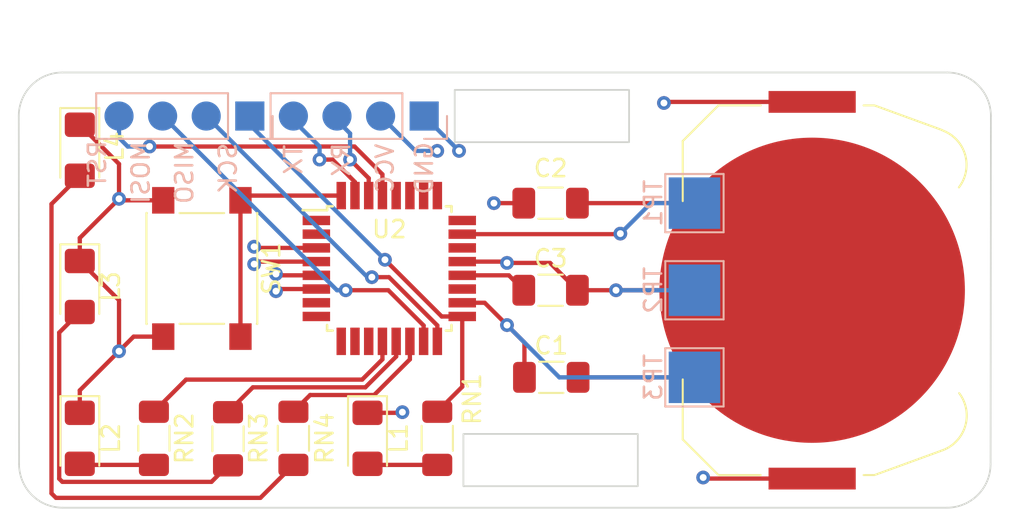
<source format=kicad_pcb>
(kicad_pcb (version 20211014) (generator pcbnew)
  (layers (0 "F.Cu" signal) (1 "In1.Cu" signal) (2 "In2.Cu" signal) (31 "B.Cu" signal) (34 "B.Paste" user) (35 "F.Paste" user) (36 "B.SilkS" user "B.Silkscreen") (37 "F.SilkS" user "F.Silkscreen") (38 "B.Mask" user) (39 "F.Mask" user) (44 "Edge.Cuts" user))
  (net 0 "")
  (net 1 "VCC")
  (net 2 "GND")
  (net 3 "Net-(C3-Pad1)")
  (net 4 "/RESET")
  (net 5 "/MOSI")
  (net 6 "/MISO")
  (net 7 "/SCK")
  (net 8 "/RX")
  (net 9 "/TX")
  (net 10 "Net-(L1-Pad2)")
  (net 11 "Net-(L2-Pad2)")
  (net 12 "Net-(L3-Pad2)")
  (net 13 "/LED0")
  (net 14 "/LED1")
  (net 15 "/LED2")
  (net 16 "/SWITCH")
  (net 17 "/TEMP")
  (net 32 "Net-(L4-Pad2)")
  (footprint "Capacitor_SMD:C_1206_3216Metric_Pad1.33x1.80mm_HandSolder" (layer "F.Cu") (at 201.422 104.14)
    (fp_text reference "C3" (at 0 -1.85) (layer "F.SilkS"))
    (fp_text value "100n")
    (fp_line (start -0.711252 -0.91) (end 0.711252 -0.91) (layer "F.SilkS") (width 0.12))
    (fp_line (start -0.711252 0.91) (end 0.711252 0.91) (layer "F.SilkS") (width 0.12))
    (pad "1" smd roundrect (at -1.5625 0) (size 1.325 1.8) (layers "F.Cu" "F.Paste" "F.Mask") (roundrect_rratio 0.1886792453) (net 3 "Net-(C3-Pad1)"))
    (pad "2" smd roundrect (at 1.5625 0) (size 1.325 1.8) (layers "F.Cu" "F.Paste" "F.Mask") (roundrect_rratio 0.1886792453) (net 2 "GND"))
  )
  (footprint "Resistor_SMD:R_1206_3216Metric_Pad1.30x1.75mm_HandSolder" (layer "F.Cu") (at 194.818 112.776 90)
    (fp_text reference "RN1" (at 2.286 2.032 90) (layer "F.SilkS"))
    (fp_text value "100")
    (fp_line (start -0.727064 -0.91) (end 0.727064 -0.91) (layer "F.SilkS") (width 0.12))
    (fp_line (start -0.727064 0.91) (end 0.727064 0.91) (layer "F.SilkS") (width 0.12))
    (pad "1" smd roundrect (at -1.55 0 90) (size 1.3 1.75) (layers "F.Cu" "F.Paste" "F.Mask") (roundrect_rratio 0.1923076923) (net 10 "Net-(L1-Pad2)"))
    (pad "2" smd roundrect (at 1.55 0 90) (size 1.3 1.75) (layers "F.Cu" "F.Paste" "F.Mask") (roundrect_rratio 0.1923076923) (net 7 "/SCK"))
  )
  (footprint "LED_SMD:LED_1206_3216Metric_Pad1.42x1.75mm_HandSolder" (layer "F.Cu") (at 173.99 112.776 -90)
    (fp_text reference "L2" (at 0 -1.82 90) (layer "F.SilkS"))
    (fp_text value "RED")
    (fp_line (start -2.46 -1.135) (end -2.46 1.135) (layer "F.SilkS") (width 0.12))
    (fp_line (start -2.46 1.135) (end 1.6 1.135) (layer "F.SilkS") (width 0.12))
    (fp_line (start 1.6 -1.135) (end -2.46 -1.135) (layer "F.SilkS") (width 0.12))
    (pad "1" smd roundrect (at -1.4875 0 270) (size 1.425 1.75) (layers "F.Cu" "F.Paste" "F.Mask") (roundrect_rratio 0.1754392982) (net 2 "GND"))
    (pad "2" smd roundrect (at 1.4875 0 270) (size 1.425 1.75) (layers "F.Cu" "F.Paste" "F.Mask") (roundrect_rratio 0.1754392982) (net 11 "Net-(L2-Pad2)"))
  )
  (footprint "Resistor_SMD:R_1206_3216Metric_Pad1.30x1.75mm_HandSolder" (layer "F.Cu") (at 182.626 112.802 90)
    (fp_text reference "RN3" (at 0.026 1.778 90) (layer "F.SilkS"))
    (fp_text value "100")
    (fp_line (start -0.727064 0.91) (end 0.727064 0.91) (layer "F.SilkS") (width 0.12))
    (fp_line (start -0.727064 -0.91) (end 0.727064 -0.91) (layer "F.SilkS") (width 0.12))
    (pad "1" smd roundrect (at -1.55 0 90) (size 1.3 1.75) (layers "F.Cu" "F.Paste" "F.Mask") (roundrect_rratio 0.1923076923) (net 12 "Net-(L3-Pad2)"))
    (pad "2" smd roundrect (at 1.55 0 90) (size 1.3 1.75) (layers "F.Cu" "F.Paste" "F.Mask") (roundrect_rratio 0.1923076923) (net 14 "/LED1"))
  )
  (footprint "Capacitor_SMD:C_1206_3216Metric_Pad1.33x1.80mm_HandSolder" (layer "F.Cu") (at 201.422 99.06 180)
    (fp_text reference "C2" (at 0 2.032) (layer "F.SilkS"))
    (fp_text value "100n")
    (fp_line (start -0.711252 0.91) (end 0.711252 0.91) (layer "F.SilkS") (width 0.12))
    (fp_line (start -0.711252 -0.91) (end 0.711252 -0.91) (layer "F.SilkS") (width 0.12))
    (pad "1" smd roundrect (at -1.5625 0 180) (size 1.325 1.8) (layers "F.Cu" "F.Paste" "F.Mask") (roundrect_rratio 0.1886792453) (net 2 "GND"))
    (pad "2" smd roundrect (at 1.5625 0 180) (size 1.325 1.8) (layers "F.Cu" "F.Paste" "F.Mask") (roundrect_rratio 0.1886792453) (net 1 "VCC"))
  )
  (footprint "Resistor_SMD:R_1206_3216Metric_Pad1.30x1.75mm_HandSolder" (layer "F.Cu") (at 186.436 112.776 -90)
    (fp_text reference "RN4" (at 0 -1.82 90) (layer "F.SilkS"))
    (fp_text value "100")
    (fp_line (start -0.727064 0.91) (end 0.727064 0.91) (layer "F.SilkS") (width 0.12))
    (fp_line (start -0.727064 -0.91) (end 0.727064 -0.91) (layer "F.SilkS") (width 0.12))
    (pad "1" smd roundrect (at -1.55 0 270) (size 1.3 1.75) (layers "F.Cu" "F.Paste" "F.Mask") (roundrect_rratio 0.1923076923) (net 15 "/LED2"))
    (pad "2" smd roundrect (at 1.55 0 270) (size 1.3 1.75) (layers "F.Cu" "F.Paste" "F.Mask") (roundrect_rratio 0.1923076923) (net 32 "Net-(L4-Pad2)"))
  )
  (footprint "LED_SMD:LED_1206_3216Metric_Pad1.42x1.75mm_HandSolder" (layer "F.Cu") (at 173.99 103.9225 -90)
    (fp_text reference "L3" (at 0 -1.82 90) (layer "F.SilkS"))
    (fp_text value "GREEN")
    (fp_line (start 1.6 -1.135) (end -2.46 -1.135) (layer "F.SilkS") (width 0.12))
    (fp_line (start -2.46 1.135) (end 1.6 1.135) (layer "F.SilkS") (width 0.12))
    (fp_line (start -2.46 -1.135) (end -2.46 1.135) (layer "F.SilkS") (width 0.12))
    (pad "1" smd roundrect (at -1.4875 0 270) (size 1.425 1.75) (layers "F.Cu" "F.Paste" "F.Mask") (roundrect_rratio 0.1754392982) (net 2 "GND"))
    (pad "2" smd roundrect (at 1.4875 0 270) (size 1.425 1.75) (layers "F.Cu" "F.Paste" "F.Mask") (roundrect_rratio 0.1754392982) (net 12 "Net-(L3-Pad2)"))
  )
  (footprint "Package_QFP:TQFP-32_7x7mm_P0.8mm" (layer "F.Cu") (at 192.024 102.87)
    (fp_text reference "U2" (at 0 -2.286) (layer "F.SilkS"))
    (fp_text value "ATmega328-A")
    (fp_line (start 3.625 -3.625) (end 3.3 -3.625) (layer "F.SilkS") (width 0.15))
    (fp_line (start -3.625 -3.625) (end -3.625 -3.4) (layer "F.SilkS") (width 0.15))
    (fp_line (start -3.625 -3.625) (end -3.3 -3.625) (layer "F.SilkS") (width 0.15))
    (fp_line (start 3.625 3.625) (end 3.3 3.625) (layer "F.SilkS") (width 0.15))
    (fp_line (start -3.625 3.625) (end -3.3 3.625) (layer "F.SilkS") (width 0.15))
    (fp_line (start 3.625 -3.625) (end 3.625 -3.3) (layer "F.SilkS") (width 0.15))
    (fp_line (start -3.625 3.625) (end -3.625 3.3) (layer "F.SilkS") (width 0.15))
    (fp_line (start 3.625 3.625) (end 3.625 3.3) (layer "F.SilkS") (width 0.15))
    (fp_line (start -3.625 -3.4) (end -5.05 -3.4) (layer "F.SilkS") (width 0.15))
    (pad "1" smd rect (at -4.25 -2.8) (size 1.6 0.55) (layers "F.Cu" "F.Paste" "F.Mask"))
    (pad "2" smd rect (at -4.25 -2) (size 1.6 0.55) (layers "F.Cu" "F.Paste" "F.Mask"))
    (pad "3" smd rect (at -4.25 -1.2) (size 1.6 0.55) (layers "F.Cu" "F.Paste" "F.Mask") (net 2 "GND"))
    (pad "4" smd rect (at -4.25 -0.4) (size 1.6 0.55) (layers "F.Cu" "F.Paste" "F.Mask") (net 1 "VCC"))
    (pad "5" smd rect (at -4.25 0.4) (size 1.6 0.55) (layers "F.Cu" "F.Paste" "F.Mask") (net 2 "GND"))
    (pad "6" smd rect (at -4.25 1.2) (size 1.6 0.55) (layers "F.Cu" "F.Paste" "F.Mask") (net 1 "VCC"))
    (pad "7" smd rect (at -4.25 2) (size 1.6 0.55) (layers "F.Cu" "F.Paste" "F.Mask"))
    (pad "8" smd rect (at -4.25 2.8) (size 1.6 0.55) (layers "F.Cu" "F.Paste" "F.Mask"))
    (pad "9" smd rect (at -2.8 4.25 90) (size 1.6 0.55) (layers "F.Cu" "F.Paste" "F.Mask"))
    (pad "10" smd rect (at -2 4.25 90) (size 1.6 0.55) (layers "F.Cu" "F.Paste" "F.Mask"))
    (pad "11" smd rect (at -1.2 4.25 90) (size 1.6 0.55) (layers "F.Cu" "F.Paste" "F.Mask"))
    (pad "12" smd rect (at -0.4 4.25 90) (size 1.6 0.55) (layers "F.Cu" "F.Paste" "F.Mask") (net 13 "/LED0"))
    (pad "13" smd rect (at 0.4 4.25 90) (size 1.6 0.55) (layers "F.Cu" "F.Paste" "F.Mask") (net 14 "/LED1"))
    (pad "14" smd rect (at 1.2 4.25 90) (size 1.6 0.55) (layers "F.Cu" "F.Paste" "F.Mask") (net 15 "/LED2"))
    (pad "15" smd rect (at 2 4.25 90) (size 1.6 0.55) (layers "F.Cu" "F.Paste" "F.Mask") (net 5 "/MOSI"))
    (pad "16" smd rect (at 2.8 4.25 90) (size 1.6 0.55) (layers "F.Cu" "F.Paste" "F.Mask") (net 6 "/MISO"))
    (pad "17" smd rect (at 4.25 2.8) (size 1.6 0.55) (layers "F.Cu" "F.Paste" "F.Mask") (net 7 "/SCK"))
    (pad "18" smd rect (at 4.25 2) (size 1.6 0.55) (layers "F.Cu" "F.Paste" "F.Mask") (net 1 "VCC"))
    (pad "19" smd rect (at 4.25 1.2) (size 1.6 0.55) (layers "F.Cu" "F.Paste" "F.Mask"))
    (pad "20" smd rect (at 4.25 0.4) (size 1.6 0.55) (layers "F.Cu" "F.Paste" "F.Mask") (net 3 "Net-(C3-Pad1)"))
    (pad "21" smd rect (at 4.25 -0.4) (size 1.6 0.55) (layers "F.Cu" "F.Paste" "F.Mask") (net 2 "GND"))
    (pad "22" smd rect (at 4.25 -1.2) (size 1.6 0.55) (layers "F.Cu" "F.Paste" "F.Mask"))
    (pad "23" smd rect (at 4.25 -2) (size 1.6 0.55) (layers "F.Cu" "F.Paste" "F.Mask") (net 17 "/TEMP"))
    (pad "24" smd rect (at 4.25 -2.8) (size 1.6 0.55) (layers "F.Cu" "F.Paste" "F.Mask"))
    (pad "25" smd rect (at 2.8 -4.25 90) (size 1.6 0.55) (layers "F.Cu" "F.Paste" "F.Mask"))
    (pad "26" smd rect (at 2 -4.25 90) (size 1.6 0.55) (layers "F.Cu" "F.Paste" "F.Mask"))
    (pad "27" smd rect (at 1.2 -4.25 90) (size 1.6 0.55) (layers "F.Cu" "F.Paste" "F.Mask"))
    (pad "28" smd rect (at 0.4 -4.25 90) (size 1.6 0.55) (layers "F.Cu" "F.Paste" "F.Mask"))
    (pad "29" smd rect (at -0.4 -4.25 90) (size 1.6 0.55) (layers "F.Cu" "F.Paste" "F.Mask") (net 4 "/RESET"))
    (pad "30" smd rect (at -1.2 -4.25 90) (size 1.6 0.55) (layers "F.Cu" "F.Paste" "F.Mask") (net 8 "/RX"))
    (pad "31" smd rect (at -2 -4.25 90) (size 1.6 0.55) (layers "F.Cu" "F.Paste" "F.Mask") (net 9 "/TX"))
    (pad "32" smd rect (at -2.8 -4.25 90) (size 1.6 0.55) (layers "F.Cu" "F.Paste" "F.Mask") (net 16 "/SWITCH"))
  )
  (footprint "LED_SMD:LED_1206_3216Metric_Pad1.42x1.75mm_HandSolder" (layer "F.Cu") (at 173.99 95.9755 -90)
    (fp_text reference "L4" (at -0.2175 -2.032 90) (layer "F.SilkS"))
    (fp_text value "BLUE")
    (fp_line (start -2.46 -1.135) (end -2.46 1.135) (layer "F.SilkS") (width 0.12))
    (fp_line (start -2.46 1.135) (end 1.6 1.135) (layer "F.SilkS") (width 0.12))
    (fp_line (start 1.6 -1.135) (end -2.46 -1.135) (layer "F.SilkS") (width 0.12))
    (pad "1" smd roundrect (at -1.4875 0 270) (size 1.425 1.75) (layers "F.Cu" "F.Paste" "F.Mask") (roundrect_rratio 0.1754392982) (net 2 "GND"))
    (pad "2" smd roundrect (at 1.4875 0 270) (size 1.425 1.75) (layers "F.Cu" "F.Paste" "F.Mask") (roundrect_rratio 0.1754392982) (net 32 "Net-(L4-Pad2)"))
  )
  (footprint "Button_Switch_SMD:SW_Push_1P1T_NO_6x6mm_H9.5mm" (layer "F.Cu") (at 181.102 102.87 -90)
    (fp_text reference "SW1" (at 0 -4.05 90) (layer "F.SilkS"))
    (fp_text value "SW_SPST")
    (fp_line (start -3.23 3.23) (end -3.23 3.2) (layer "F.SilkS") (width 0.12))
    (fp_line (start -3.23 3.23) (end 3.23 3.23) (layer "F.SilkS") (width 0.12))
    (fp_line (start -3.23 -1.3) (end -3.23 1.3) (layer "F.SilkS") (width 0.12))
    (fp_line (start -3.23 -3.2) (end -3.23 -3.23) (layer "F.SilkS") (width 0.12))
    (fp_line (start 3.23 3.23) (end 3.23 3.2) (layer "F.SilkS") (width 0.12))
    (fp_line (start 3.23 -1.3) (end 3.23 1.3) (layer "F.SilkS") (width 0.12))
    (fp_line (start 3.23 -3.23) (end 3.23 -3.2) (layer "F.SilkS") (width 0.12))
    (fp_line (start -3.23 -3.23) (end 3.23 -3.23) (layer "F.SilkS") (width 0.12))
    (pad "1" smd rect (at 3.975 -2.25 270) (size 1.55 1.3) (layers "F.Cu" "F.Paste" "F.Mask") (net 16 "/SWITCH"))
    (pad "1" smd rect (at -3.975 -2.25 270) (size 1.55 1.3) (layers "F.Cu" "F.Paste" "F.Mask") (net 16 "/SWITCH"))
    (pad "2" smd rect (at -3.975 2.25 270) (size 1.55 1.3) (layers "F.Cu" "F.Paste" "F.Mask") (net 2 "GND"))
    (pad "2" smd rect (at 3.975 2.25 270) (size 1.55 1.3) (layers "F.Cu" "F.Paste" "F.Mask") (net 2 "GND"))
  )
  (footprint "Capacitor_SMD:C_1206_3216Metric_Pad1.33x1.80mm_HandSolder" (layer "F.Cu") (at 201.4605 109.22)
    (fp_text reference "C1" (at 0 -1.85) (layer "F.SilkS"))
    (fp_text value "100n")
    (fp_line (start -0.711252 0.91) (end 0.711252 0.91) (layer "F.SilkS") (width 0.12))
    (fp_line (start -0.711252 -0.91) (end 0.711252 -0.91) (layer "F.SilkS") (width 0.12))
    (pad "1" smd roundrect (at -1.5625 0) (size 1.325 1.8) (layers "F.Cu" "F.Paste" "F.Mask") (roundrect_rratio 0.1886792453) (net 1 "VCC"))
    (pad "2" smd roundrect (at 1.5625 0) (size 1.325 1.8) (layers "F.Cu" "F.Paste" "F.Mask") (roundrect_rratio 0.1886792453) (net 2 "GND"))
  )
  (footprint "Battery:BatteryHolder_Keystone_3034_1x20mm" (layer "F.Cu") (at 216.662 104.14 90)
    (fp_text reference "BT1")
    (fp_text value "Battery_Cell")
    (fp_line (start 8.7 -7.54) (end 10.78 -5.46) (layer "F.SilkS") (width 0.12))
    (fp_line (start -5.2 -7.54) (end -8.7 -7.54) (layer "F.SilkS") (width 0.12))
    (fp_line (start -8.7 -7.54) (end -10.78 -5.46) (layer "F.SilkS") (width 0.12))
    (fp_line (start -10.78 -5.46) (end -10.78 -3) (layer "F.SilkS") (width 0.12))
    (fp_line (start 8.7 -7.54) (end 5.2 -7.54) (layer "F.SilkS") (width 0.12))
    (fp_line (start -10.78 3.63) (end -9.34 7.58) (layer "F.SilkS") (width 0.12))
    (fp_line (start 10.78 3.63) (end 9.34 7.58) (layer "F.SilkS") (width 0.12))
    (fp_line (start 10.78 3) (end 10.78 3.63) (layer "F.SilkS") (width 0.12))
    (fp_line (start -10.78 3) (end -10.78 3.63) (layer "F.SilkS") (width 0.12))
    (fp_line (start 10.78 -5.46) (end 10.78 -3) (layer "F.SilkS") (width 0.12))
    (fp_arc (start -6.003354 8.56653) (mid -7.921654 8.918738) (end -9.34 7.58) (layer "F.SilkS") (width 0.12))
    (fp_arc (start 9.325243 7.588169) (mid 7.90634 8.911668) (end 6 8.55) (layer "F.SilkS") (width 0.12))
    (pad "1" smd rect (at -10.985 0 90) (size 1.27 5.08) (layers "F.Cu" "F.Paste" "F.Mask") (net 1 "VCC"))
    (pad "1" smd rect (at 10.985 0 90) (size 1.27 5.08) (layers "F.Cu" "F.Paste" "F.Mask") (net 1 "VCC"))
    (pad "2" smd circle (at 0 0 90) (size 17.8 17.8) (layers "F.Cu" "F.Mask") (net 2 "GND"))
  )
  (footprint "Resistor_SMD:R_1206_3216Metric_Pad1.30x1.75mm_HandSolder" (layer "F.Cu") (at 178.308 112.776 90)
    (fp_text reference "RN2" (at 0 1.778 90) (layer "F.SilkS"))
    (fp_text value "100")
    (fp_line (start -0.727064 -0.91) (end 0.727064 -0.91) (layer "F.SilkS") (width 0.12))
    (fp_line (start -0.727064 0.91) (end 0.727064 0.91) (layer "F.SilkS") (width 0.12))
    (pad "1" smd roundrect (at -1.55 0 90) (size 1.3 1.75) (layers "F.Cu" "F.Paste" "F.Mask") (roundrect_rratio 0.1923076923) (net 11 "Net-(L2-Pad2)"))
    (pad "2" smd roundrect (at 1.55 0 90) (size 1.3 1.75) (layers "F.Cu" "F.Paste" "F.Mask") (roundrect_rratio 0.1923076923) (net 13 "/LED0"))
  )
  (footprint "LED_SMD:LED_1206_3216Metric_Pad1.42x1.75mm_HandSolder" (layer "F.Cu") (at 190.754 112.776 -90)
    (fp_text reference "L1" (at 0 -1.82 90) (layer "F.SilkS"))
    (fp_text value "YELLOW")
    (fp_line (start -2.46 1.135) (end 1.6 1.135) (layer "F.SilkS") (width 0.12))
    (fp_line (start -2.46 -1.135) (end -2.46 1.135) (layer "F.SilkS") (width 0.12))
    (fp_line (start 1.6 -1.135) (end -2.46 -1.135) (layer "F.SilkS") (width 0.12))
    (pad "1" smd roundrect (at -1.4875 0 270) (size 1.425 1.75) (layers "F.Cu" "F.Paste" "F.Mask") (roundrect_rratio 0.1754392982) (net 2 "GND"))
    (pad "2" smd roundrect (at 1.4875 0 270) (size 1.425 1.75) (layers "F.Cu" "F.Paste" "F.Mask") (roundrect_rratio 0.1754392982) (net 10 "Net-(L1-Pad2)"))
  )
  (footprint "yatl_library:Testpoint_1x04_P2.54mm" (layer "B.Cu") (at 194.056 93.98 90)
    (fp_text reference "J2")
    (fp_text value "Conn_01x08_Male")
    (fp_line (start -1.33 -1.27) (end -1.33 -8.95) (layer "B.SilkS") (width 0.12))
    (fp_line (start 1.33 -1.27) (end 1.33 -8.95) (layer "B.SilkS") (width 0.12))
    (fp_line (start -1.33 -1.27) (end 1.33 -1.27) (layer "B.SilkS") (width 0.12))
    (fp_line (start -1.33 -8.95) (end 1.33 -8.95) (layer "B.SilkS") (width 0.12))
    (fp_line (start -1.33 0) (end -1.33 1.33) (layer "B.SilkS") (width 0.12))
    (fp_line (start -1.33 1.33) (end 0 1.33) (layer "B.SilkS") (width 0.12))
    (pad "1" smd rect (at 0 0 90) (size 1.7 1.7) (layers "B.Cu" "B.Paste" "B.Mask") (net 2 "GND"))
    (pad "2" smd oval (at 0 -2.54 90) (size 1.7 1.7) (layers "B.Cu" "B.Paste" "B.Mask") (net 1 "VCC"))
    (pad "3" smd oval (at 0 -5.08 90) (size 1.7 1.7) (layers "B.Cu" "B.Paste" "B.Mask") (net 8 "/RX"))
    (pad "4" smd oval (at 0 -7.62 90) (size 1.7 1.7) (layers "B.Cu" "B.Paste" "B.Mask") (net 9 "/TX"))
  )
  (footprint "TestPoint:TestPoint_Pad_3.0x3.0mm" (layer "B.Cu") (at 209.804 109.22 -90)
    (fp_text reference "TP3" (at 0 2.398 90) (layer "B.SilkS") (effects (justify mirror)))
    (fp_text value "TestPoint")
    (fp_line (start -1.7 1.7) (end 1.7 1.7) (layer "B.SilkS") (width 0.12))
    (fp_line (start 1.7 1.7) (end 1.7 -1.7) (layer "B.SilkS") (width 0.12))
    (fp_line (start 1.7 -1.7) (end -1.7 -1.7) (layer "B.SilkS") (width 0.12))
    (fp_line (start -1.7 -1.7) (end -1.7 1.7) (layer "B.SilkS") (width 0.12))
    (pad "1" smd rect (at 0 0 270) (size 3 3) (layers "B.Cu" "B.Mask") (net 1 "VCC"))
  )
  (footprint "yatl_library:Testpoint_1x04_P2.54mm" (layer "B.Cu") (at 183.896 93.98 90)
    (fp_text reference "J1")
    (fp_text value "Conn_01x08_Male")
    (fp_line (start -1.33 -8.95) (end 1.33 -8.95) (layer "B.SilkS") (width 0.12))
    (fp_line (start -1.33 -1.27) (end -1.33 -8.95) (layer "B.SilkS") (width 0.12))
    (fp_line (start -1.33 1.33) (end 0 1.33) (layer "B.SilkS") (width 0.12))
    (fp_line (start 1.33 -1.27) (end 1.33 -8.95) (layer "B.SilkS") (width 0.12))
    (fp_line (start -1.33 0) (end -1.33 1.33) (layer "B.SilkS") (width 0.12))
    (fp_line (start -1.33 -1.27) (end 1.33 -1.27) (layer "B.SilkS") (width 0.12))
    (pad "1" smd rect (at 0 0 90) (size 1.7 1.7) (layers "B.Cu" "B.Paste" "B.Mask") (net 7 "/SCK"))
    (pad "2" smd oval (at 0 -2.54 90) (size 1.7 1.7) (layers "B.Cu" "B.Paste" "B.Mask") (net 6 "/MISO"))
    (pad "3" smd oval (at 0 -5.08 90) (size 1.7 1.7) (layers "B.Cu" "B.Paste" "B.Mask") (net 5 "/MOSI"))
    (pad "4" smd oval (at 0 -7.62 90) (size 1.7 1.7) (layers "B.Cu" "B.Paste" "B.Mask") (net 4 "/RESET"))
  )
  (footprint "TestPoint:TestPoint_Pad_3.0x3.0mm" (layer "B.Cu") (at 209.804 99.06 -90)
    (fp_text reference "TP1" (at 0 2.398 90) (layer "B.SilkS") (effects (justify mirror)))
    (fp_text value "TestPoint")
    (fp_line (start 1.7 -1.7) (end -1.7 -1.7) (layer "B.SilkS") (width 0.12))
    (fp_line (start -1.7 -1.7) (end -1.7 1.7) (layer "B.SilkS") (width 0.12))
    (fp_line (start 1.7 1.7) (end 1.7 -1.7) (layer "B.SilkS") (width 0.12))
    (fp_line (start -1.7 1.7) (end 1.7 1.7) (layer "B.SilkS") (width 0.12))
    (pad "1" smd rect (at 0 0 270) (size 3 3) (layers "B.Cu" "B.Mask") (net 17 "/TEMP"))
  )
  (footprint "TestPoint:TestPoint_Pad_3.0x3.0mm" (layer "B.Cu") (at 209.804 104.14 -90)
    (fp_text reference "TP2" (at 0 2.398 90) (layer "B.SilkS") (effects (justify mirror)))
    (fp_text value "TestPoint")
    (fp_line (start -1.7 -1.7) (end -1.7 1.7) (layer "B.SilkS") (width 0.12))
    (fp_line (start -1.7 1.7) (end 1.7 1.7) (layer "B.SilkS") (width 0.12))
    (fp_line (start 1.7 1.7) (end 1.7 -1.7) (layer "B.SilkS") (width 0.12))
    (fp_line (start 1.7 -1.7) (end -1.7 -1.7) (layer "B.SilkS") (width 0.12))
    (pad "1" smd rect (at 0 0 270) (size 3 3) (layers "B.Cu" "B.Mask") (net 2 "GND"))
  )
  (gr_rect (start 196.342 112.522) (end 206.502 115.57) (layer "Edge.Cuts") (width 0.1) (fill none))
  (gr_line (start 172.974 91.44) (end 224.536 91.44) (layer "Edge.Cuts") (width 0.1))
  (gr_rect (start 195.834 92.456) (end 205.994 95.504) (layer "Edge.Cuts") (width 0.1) (fill none))
  (gr_arc (start 170.434 93.98) (mid 171.177949 92.183949) (end 172.974 91.44) (layer "Edge.Cuts") (width 0.1))
  (gr_line (start 227.076 93.98) (end 227.057949 114.281949) (layer "Edge.Cuts") (width 0.1))
  (gr_arc (start 227.057949 114.281949) (mid 226.314 116.078) (end 224.517949 116.821949) (layer "Edge.Cuts") (width 0.1))
  (gr_arc (start 224.536 91.44) (mid 226.332051 92.183949) (end 227.076 93.98) (layer "Edge.Cuts") (width 0.1))
  (gr_arc (start 172.992051 116.821949) (mid 171.196 116.078) (end 170.452051 114.281949) (layer "Edge.Cuts") (width 0.1))
  (gr_line (start 224.517949 116.821949) (end 172.992051 116.821949) (layer "Edge.Cuts") (width 0.1))
  (gr_line (start 170.452051 114.281949) (end 170.434 93.98) (layer "Edge.Cuts") (width 0.1))
  (gr_text "MOSI" (at 177.546 97.282 90) (layer "B.SilkS") (effects (font (size 1 1)) (justify mirror)))
  (gr_text "GND" (at 194.056 97.028 90) (layer "B.SilkS") (effects (font (size 1 1)) (justify mirror)))
  (gr_text "SCK" (at 182.626 97.028 90) (layer "B.SilkS") (effects (font (size 1 1)) (justify mirror)))
  (gr_text "TX" (at 186.436 96.52 90) (layer "B.SilkS") (effects (font (size 1 1)) (justify mirror)))
  (gr_text "MISO" (at 180.086 97.282 90) (layer "B.SilkS") (effects (font (size 1 1)) (justify mirror)))
  (gr_text "VCC" (at 191.77 97.028 90) (layer "B.SilkS") (effects (font (size 1 1)) (justify mirror)))
  (gr_text "RST" (at 175.006 96.774 90) (layer "B.SilkS") (effects (font (size 1 1)) (justify mirror)))
  (gr_text "RX" (at 189.23 96.52 90) (layer "B.SilkS") (effects (font (size 1 1)) (justify mirror)))
  (segment (start 197.58 104.87) (end 196.274 104.87) (width 0.25) (layer "F.Cu") (net 1))
  (segment (start 208.089 93.155) (end 208.026 93.218) (width 0.25) (layer "F.Cu") (net 1))
  (segment (start 210.375 115.125) (end 210.312 115.062) (width 0.25) (layer "F.Cu") (net 1))
  (segment (start 199.898 107.188) (end 198.882 106.172) (width 0.25) (layer "F.Cu") (net 1))
  (segment (start 199.8595 99.06) (end 198.12 99.06) (width 0.25) (layer "F.Cu") (net 1))
  (segment (start 187.774 104.07) (end 185.49 104.07) (width 0.25) (layer "F.Cu") (net 1))
  (segment (start 216.662 93.155) (end 208.089 93.155) (width 0.25) (layer "F.Cu") (net 1))
  (segment (start 185.42 104.14) (end 185.42 104.194003) (width 0.25) (layer "F.Cu") (net 1))
  (segment (start 199.898 109.22) (end 199.898 107.188) (width 0.25) (layer "F.Cu") (net 1))
  (segment (start 187.774 102.47) (end 184.296 102.47) (width 0.25) (layer "F.Cu") (net 1))
  (segment (start 185.49 104.07) (end 185.42 104.14) (width 0.25) (layer "F.Cu") (net 1))
  (segment (start 198.882 106.172) (end 197.58 104.87) (width 0.25) (layer "F.Cu") (net 1))
  (segment (start 184.296 102.47) (end 184.15 102.616) (width 0.25) (layer "F.Cu") (net 1))
  (segment (start 216.662 115.125) (end 210.375 115.125) (width 0.25) (layer "F.Cu") (net 1))
  (via (at 194.818 96.012) (size 0.8) (drill 0.4) (layers "F.Cu" "B.Cu") (net 1))
  (via (at 198.882 106.172) (size 0.8) (drill 0.4) (layers "F.Cu" "B.Cu") (net 1))
  (via (at 185.42 104.194003) (size 0.8) (drill 0.4) (layers "F.Cu" "B.Cu") (net 1))
  (via (at 208.026 93.218) (size 0.8) (drill 0.4) (layers "F.Cu" "B.Cu") (net 1))
  (via (at 198.12 99.06) (size 0.8) (drill 0.4) (layers "F.Cu" "B.Cu") (net 1))
  (via (at 184.15 102.616) (size 0.8) (drill 0.4) (layers "F.Cu" "B.Cu") (net 1))
  (via (at 210.312 115.062) (size 0.8) (drill 0.4) (layers "F.Cu" "B.Cu") (net 1))
  (segment (start 193.548 96.012) (end 194.818 96.012) (width 0.25) (layer "B.Cu") (net 1))
  (segment (start 209.804 109.22) (end 201.93 109.22) (width 0.25) (layer "B.Cu") (net 1))
  (segment (start 201.93 109.22) (end 198.882 106.172) (width 0.25) (layer "B.Cu") (net 1))
  (segment (start 191.516 93.98) (end 193.548 96.012) (width 0.25) (layer "B.Cu") (net 1))
  (segment (start 177.127 106.845) (end 176.276 107.696) (width 0.25) (layer "F.Cu") (net 2))
  (segment (start 176.276 104.721) (end 176.276 107.696) (width 0.25) (layer "F.Cu") (net 2))
  (segment (start 205.232 104.14) (end 216.662 104.14) (width 0.25) (layer "F.Cu") (net 2))
  (segment (start 173.99 111.2885) (end 173.99 109.982) (width 0.25) (layer "F.Cu") (net 2))
  (segment (start 192.7495 111.2885) (end 192.786 111.252) (width 0.25) (layer "F.Cu") (net 2))
  (segment (start 184.211402 101.67) (end 184.145701 101.604299) (width 0.25) (layer "F.Cu") (net 2))
  (segment (start 173.99 101.092) (end 173.99 102.435) (width 0.25) (layer "F.Cu") (net 2))
  (segment (start 198.8065 102.47) (end 198.882 102.5455) (width 0.25) (layer "F.Cu") (net 2))
  (segment (start 202.9845 104.14) (end 201.39 102.5455) (width 0.25) (layer "F.Cu") (net 2))
  (segment (start 173.99 109.982) (end 176.276 107.696) (width 0.25) (layer "F.Cu") (net 2))
  (segment (start 201.39 102.5455) (end 198.882 102.5455) (width 0.25) (layer "F.Cu") (net 2))
  (segment (start 190.754 111.2885) (end 192.7495 111.2885) (width 0.25) (layer "F.Cu") (net 2))
  (segment (start 176.276 96.774) (end 173.99 94.488) (width 0.25) (layer "F.Cu") (net 2))
  (segment (start 176.276 98.806) (end 173.99 101.092) (width 0.25) (layer "F.Cu") (net 2))
  (segment (start 176.365 98.895) (end 178.852 98.895) (width 0.25) (layer "F.Cu") (net 2))
  (segment (start 187.774 103.27) (end 185.4955 103.27) (width 0.25) (layer "F.Cu") (net 2))
  (segment (start 203.023 109.22) (end 211.582 109.22) (width 0.25) (layer "F.Cu") (net 2))
  (segment (start 196.274 102.47) (end 198.8065 102.47) (width 0.25) (layer "F.Cu") (net 2))
  (segment (start 211.582 109.22) (end 216.662 104.14) (width 0.25) (layer "F.Cu") (net 2))
  (segment (start 173.99 102.435) (end 176.276 104.721) (width 0.25) (layer "F.Cu") (net 2))
  (segment (start 202.9845 99.06) (end 211.582 99.06) (width 0.25) (layer "F.Cu") (net 2))
  (segment (start 185.4955 103.27) (end 185.42 103.1945) (width 0.25) (layer "F.Cu") (net 2))
  (segment (start 176.276 98.806) (end 176.276 96.774) (width 0.25) (layer "F.Cu") (net 2))
  (segment (start 202.9845 104.14) (end 205.232 104.14) (width 0.25) (layer "F.Cu") (net 2))
  (segment (start 178.852 106.845) (end 177.127 106.845) (width 0.25) (layer "F.Cu") (net 2))
  (segment (start 176.276 98.806) (end 176.365 98.895) (width 0.25) (layer "F.Cu") (net 2))
  (segment (start 187.774 101.67) (end 184.211402 101.67) (width 0.25) (layer "F.Cu") (net 2))
  (segment (start 211.582 99.06) (end 216.662 104.14) (width 0.25) (layer "F.Cu") (net 2))
  (via (at 176.276 107.696) (size 0.8) (drill 0.4) (layers "F.Cu" "B.Cu") (net 2))
  (via (at 198.882 102.5455) (size 0.8) (drill 0.4) (layers "F.Cu" "B.Cu") (net 2))
  (via (at 176.276 98.806) (size 0.8) (drill 0.4) (layers "F.Cu" "B.Cu") (net 2))
  (via (at 184.145701 101.604299) (size 0.8) (drill 0.4) (layers "F.Cu" "B.Cu") (net 2))
  (via (at 196.088 96.012) (size 0.8) (drill 0.4) (layers "F.Cu" "B.Cu") (net 2))
  (via (at 185.42 103.1945) (size 0.8) (drill 0.4) (layers "F.Cu" "B.Cu") (net 2))
  (via (at 205.232 104.14) (size 0.8) (drill 0.4) (layers "F.Cu" "B.Cu") (net 2))
  (via (at 192.786 111.252) (size 0.8) (drill 0.4) (layers "F.Cu" "B.Cu") (net 2))
  (segment (start 194.056 93.98) (end 196.088 96.012) (width 0.25) (layer "B.Cu") (net 2))
  (segment (start 209.804 104.14) (end 205.232 104.14) (width 0.25) (layer "B.Cu") (net 2))
  (segment (start 196.274 103.27) (end 198.9895 103.27) (width 0.25) (layer "F.Cu") (net 3))
  (segment (start 198.9895 103.27) (end 199.8595 104.14) (width 0.25) (layer "F.Cu") (net 3))
  (segment (start 191.624 97.381386) (end 190.000614 95.758) (width 0.25) (layer "F.Cu") (net 4))
  (segment (start 191.624 98.62) (end 191.624 97.381386) (width 0.25) (layer "F.Cu") (net 4))
  (segment (start 190.000614 95.758) (end 178.054 95.758) (width 0.25) (layer "F.Cu") (net 4))
  (via (at 178.054 95.758) (size 0.8) (drill 0.4) (layers "F.Cu" "B.Cu") (net 4))
  (segment (start 178.054 95.758) (end 176.784 95.758) (width 0.25) (layer "B.Cu") (net 4))
  (segment (start 176.276 95.25) (end 176.276 93.98) (width 0.25) (layer "B.Cu") (net 4))
  (segment (start 176.784 95.758) (end 176.276 95.25) (width 0.25) (layer "B.Cu") (net 4))
  (segment (start 194.024 107.12) (end 194.024 106.195978) (width 0.25) (layer "F.Cu") (net 5))
  (segment (start 191.968022 104.14) (end 189.484 104.14) (width 0.25) (layer "F.Cu") (net 5))
  (segment (start 194.024 106.195978) (end 191.968022 104.14) (width 0.25) (layer "F.Cu") (net 5))
  (via (at 189.484 104.14) (size 0.8) (drill 0.4) (layers "F.Cu" "B.Cu") (net 5))
  (segment (start 189.484 104.14) (end 188.976 104.14) (width 0.25) (layer "B.Cu") (net 5))
  (segment (start 188.976 104.14) (end 178.816 93.98) (width 0.25) (layer "B.Cu") (net 5))
  (segment (start 194.824 106.195978) (end 192.006022 103.378) (width 0.25) (layer "F.Cu") (net 6))
  (segment (start 194.824 107.12) (end 194.824 106.195978) (width 0.25) (layer "F.Cu") (net 6))
  (segment (start 192.006022 103.378) (end 191.008 103.378) (width 0.25) (layer "F.Cu") (net 6))
  (via (at 191.008 103.378) (size 0.8) (drill 0.4) (layers "F.Cu" "B.Cu") (net 6))
  (segment (start 191.008 103.378) (end 190.754 103.378) (width 0.25) (layer "B.Cu") (net 6))
  (segment (start 190.754 103.378) (end 181.356 93.98) (width 0.25) (layer "B.Cu") (net 6))
  (segment (start 196.274 109.77) (end 194.818 111.226) (width 0.25) (layer "F.Cu") (net 7))
  (segment (start 195.078 105.67) (end 191.77 102.362) (width 0.25) (layer "F.Cu") (net 7))
  (segment (start 196.274 105.67) (end 196.274 109.77) (width 0.25) (layer "F.Cu") (net 7))
  (segment (start 196.274 105.67) (end 195.078 105.67) (width 0.25) (layer "F.Cu") (net 7))
  (via (at 191.77 102.362) (size 0.8) (drill 0.4) (layers "F.Cu" "B.Cu") (net 7))
  (segment (start 183.896 93.98) (end 183.896 94.488) (width 0.25) (layer "B.Cu") (net 7))
  (segment (start 183.896 94.488) (end 191.77 102.362) (width 0.25) (layer "B.Cu") (net 7))
  (segment (start 190.824 97.606) (end 189.738 96.52) (width 0.25) (layer "F.Cu") (net 8))
  (segment (start 190.824 98.62) (end 190.824 97.606) (width 0.25) (layer "F.Cu") (net 8))
  (via (at 189.738 96.52) (size 0.8) (drill 0.4) (layers "F.Cu" "B.Cu") (net 8))
  (segment (start 189.738 96.52) (end 189.738 94.996) (width 0.25) (layer "B.Cu") (net 8))
  (segment (start 189.738 94.996) (end 188.722 93.98) (width 0.25) (layer "B.Cu") (net 8))
  (segment (start 190.024 97.830614) (end 188.713386 96.52) (width 0.25) (layer "F.Cu") (net 9))
  (segment (start 188.713386 96.52) (end 187.96 96.52) (width 0.25) (layer "F.Cu") (net 9))
  (segment (start 190.024 98.62) (end 190.024 97.830614) (width 0.25) (layer "F.Cu") (net 9))
  (via (at 187.96 96.52) (size 0.8) (drill 0.4) (layers "F.Cu" "B.Cu") (net 9))
  (segment (start 187.96 96.52) (end 187.96 95.758) (width 0.25) (layer "B.Cu") (net 9))
  (segment (start 187.96 95.758) (end 186.182 93.98) (width 0.25) (layer "B.Cu") (net 9))
  (segment (start 190.8165 114.326) (end 190.754 114.2635) (width 0.25) (layer "F.Cu") (net 10))
  (segment (start 194.818 114.326) (end 190.8165 114.326) (width 0.25) (layer "F.Cu") (net 10))
  (segment (start 178.308 114.326) (end 174.0525 114.326) (width 0.25) (layer "F.Cu") (net 11))
  (segment (start 174.0525 114.326) (end 173.99 114.2635) (width 0.25) (layer "F.Cu") (net 11))
  (segment (start 172.79048 106.60952) (end 172.79048 115.13248) (width 0.25) (layer "F.Cu") (net 12))
  (segment (start 172.974 115.316) (end 181.662 115.316) (width 0.25) (layer "F.Cu") (net 12))
  (segment (start 173.99 105.41) (end 172.79048 106.60952) (width 0.25) (layer "F.Cu") (net 12))
  (segment (start 172.79048 115.13248) (end 172.974 115.316) (width 0.25) (layer "F.Cu") (net 12))
  (segment (start 181.662 115.316) (end 182.626 114.352) (width 0.25) (layer "F.Cu") (net 12))
  (segment (start 191.624 108.17) (end 190.44156 109.35244) (width 0.25) (layer "F.Cu") (net 13))
  (segment (start 190.44156 109.35244) (end 180.18156 109.35244) (width 0.25) (layer "F.Cu") (net 13))
  (segment (start 180.18156 109.35244) (end 178.308 111.226) (width 0.25) (layer "F.Cu") (net 13))
  (segment (start 191.624 107.12) (end 191.624 108.17) (width 0.25) (layer "F.Cu") (net 13))
  (segment (start 184.07604 109.80196) (end 182.626 111.252) (width 0.25) (layer "F.Cu") (net 14))
  (segment (start 190.627757 109.80196) (end 184.07604 109.80196) (width 0.25) (layer "F.Cu") (net 14))
  (segment (start 192.424 108.005717) (end 190.627757 109.80196) (width 0.25) (layer "F.Cu") (net 14))
  (segment (start 192.424 107.12) (end 192.424 108.005717) (width 0.25) (layer "F.Cu") (net 14))
  (segment (start 193.224 108.17) (end 191.14252 110.25148) (width 0.25) (layer "F.Cu") (net 15))
  (segment (start 187.41052 110.25148) (end 186.436 111.226) (width 0.25) (layer "F.Cu") (net 15))
  (segment (start 193.224 107.12) (end 193.224 108.17) (width 0.25) (layer "F.Cu") (net 15))
  (segment (start 191.14252 110.25148) (end 187.41052 110.25148) (width 0.25) (layer "F.Cu") (net 15))
  (segment (start 189.224 98.62) (end 183.627 98.62) (width 0.25) (layer "F.Cu") (net 16))
  (segment (start 183.352 98.895) (end 183.352 106.845) (width 0.25) (layer "F.Cu") (net 16))
  (segment (start 183.627 98.62) (end 183.352 98.895) (width 0.25) (layer "F.Cu") (net 16))
  (segment (start 205.454 100.87) (end 205.486 100.838) (width 0.25) (layer "F.Cu") (net 17))
  (segment (start 196.274 100.87) (end 205.454 100.87) (width 0.25) (layer "F.Cu") (net 17))
  (via (at 205.486 100.838) (size 0.8) (drill 0.4) (layers "F.Cu" "B.Cu") (net 17))
  (segment (start 207.264 99.06) (end 209.804 99.06) (width 0.25) (layer "B.Cu") (net 17))
  (segment (start 205.486 100.838) (end 207.264 99.06) (width 0.25) (layer "B.Cu") (net 17))
  (segment (start 186.436 114.326) (end 184.512789 116.249211) (width 0.25) (layer "F.Cu") (net 32))
  (segment (start 172.34096 99.11204) (end 173.99 97.463) (width 0.25) (layer "F.Cu") (net 32))
  (segment (start 172.604193 116.249211) (end 172.34096 115.985978) (width 0.25) (layer "F.Cu") (net 32))
  (segment (start 172.34096 115.985978) (end 172.34096 99.11204) (width 0.25) (layer "F.Cu") (net 32))
  (segment (start 184.512789 116.249211) (end 172.604193 116.249211) (width 0.25) (layer "F.Cu") (net 32))
)
</source>
